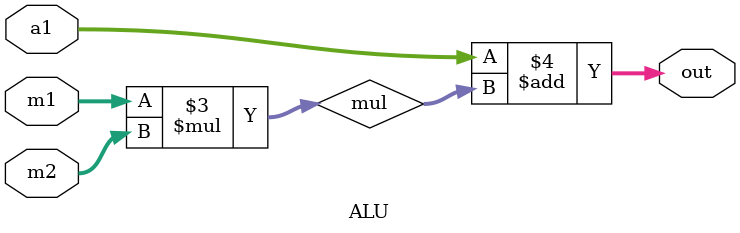
<source format=v>
`timescale 1ns / 1ps
`timescale 1ns/100ps

module optimizedSourceFIRfilter(aclk, s_axis_data_tvalid, s_axis_data_tdata, 
                    s_axis_data_tready, m_axis_data_tvalid, m_axis_data_tdata);
         
    input aclk, s_axis_data_tvalid;
    input [15:0] s_axis_data_tdata;
    output s_axis_data_tready, m_axis_data_tvalid;
    output [15:0] m_axis_data_tdata;
    
    
    
    reg signed [15:0] coefficient [18:0];

	reg signed [15:0] b[17:0];
    reg signed [15:0] result;
    reg signed [31:0] temp_result;
    reg valid;

    reg [4:0] i;
    
	initial begin
	temp_result=0;
	coefficient [0]=16'd26;
	coefficient [1]=16'd270;
	coefficient [2]=16'd963;
	coefficient [3]=16'd2424;
	coefficient [4]=16'd4869;
	coefficient [5]=16'd8259;
	coefficient [6]=16'd12194;
	coefficient [7]=16'd15948;
	coefficient [8]=16'd18666;
	coefficient [9]=16'd19660;
	coefficient [10]=16'd18666;
	coefficient [11]=16'd15948;
	coefficient [12]=16'd12194;
	coefficient [13]=16'd8259;
	coefficient [14]=16'd4869;
	coefficient [15]=16'd2424;
	coefficient [16]=16'd963;
	coefficient [17]=16'd270;
	coefficient [18]=16'd26;
	b[0]=0;b[1]=0;b[2]=0;b[3]=0;b[4]=0;b[5]=0;b[6]=0;b[7]=0;b[8]=0;b[9]=0;
	b[10]=0;b[11]=0;b[12]=0;b[13]=0;b[14]=0;b[15]=0;b[16]=0;b[17]=0;
	end
    
	reg [31:0] a1;
	reg [15:0] m1, m2;
	reg [31:0] out;
	ALU m(a1, m1, m2, out);
	
	wire temp;
	assign temp=aclk && s_axis_data_tvalid;
    always @(posedge temp) begin
        valid <= 0;
			#5;
       // if (s_axis_data_tvalid) begin
            temp_result = s_axis_data_tdata * coefficient[0];
            
            for ( i = 1; i <= 18; i = i + 1) begin
			   a1 = temp_result;
			   m1 = b[i - 1];
			   m2 = coefficient[i];
			   temp_result = out;
            end
            
            for ( i = 17; i >= 1; i = i - 1) begin
                b[i] <= b[i - 1];
            end
            
            b[0] <= s_axis_data_tdata;
            
            result <= temp_result[15:0];
            
            valid <= 1;
       // end
    end
	 
    
    assign s_axis_data_tready = valid;
    assign m_axis_data_tvalid = valid;
    assign m_axis_data_tdata = result;
endmodule

module ALU (input [31:0] a1, input [15:0] m1, m2, output [31:0] out);
	reg [31:0] mul;
	assign mul = m1 * m2;
	assign out = a1 + mul;
endmodule
</source>
